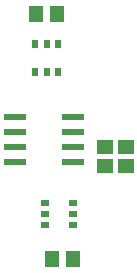
<source format=gtp>
G04 Layer_Color=8421504*
%FSLAX42Y42*%
%MOMM*%
G71*
G01*
G75*
%ADD10R,1.98X0.56*%
%ADD11R,1.15X1.35*%
%ADD12R,1.40X1.30*%
%ADD13R,0.55X0.80*%
%ADD14R,0.80X0.55*%
D10*
X20612Y7468D02*
D03*
Y7341D02*
D03*
Y7214D02*
D03*
Y7087D02*
D03*
X20119D02*
D03*
Y7214D02*
D03*
Y7341D02*
D03*
Y7468D02*
D03*
D11*
X20296Y8344D02*
D03*
X20471D02*
D03*
X20611Y6274D02*
D03*
X20436D02*
D03*
D12*
X21057Y7217D02*
D03*
Y7057D02*
D03*
X20879Y7217D02*
D03*
Y7057D02*
D03*
D13*
X20482Y7851D02*
D03*
X20387D02*
D03*
X20291D02*
D03*
Y8091D02*
D03*
X20387D02*
D03*
X20482D02*
D03*
D14*
X20373Y6557D02*
D03*
Y6652D02*
D03*
Y6747D02*
D03*
X20613D02*
D03*
Y6652D02*
D03*
Y6557D02*
D03*
M02*

</source>
